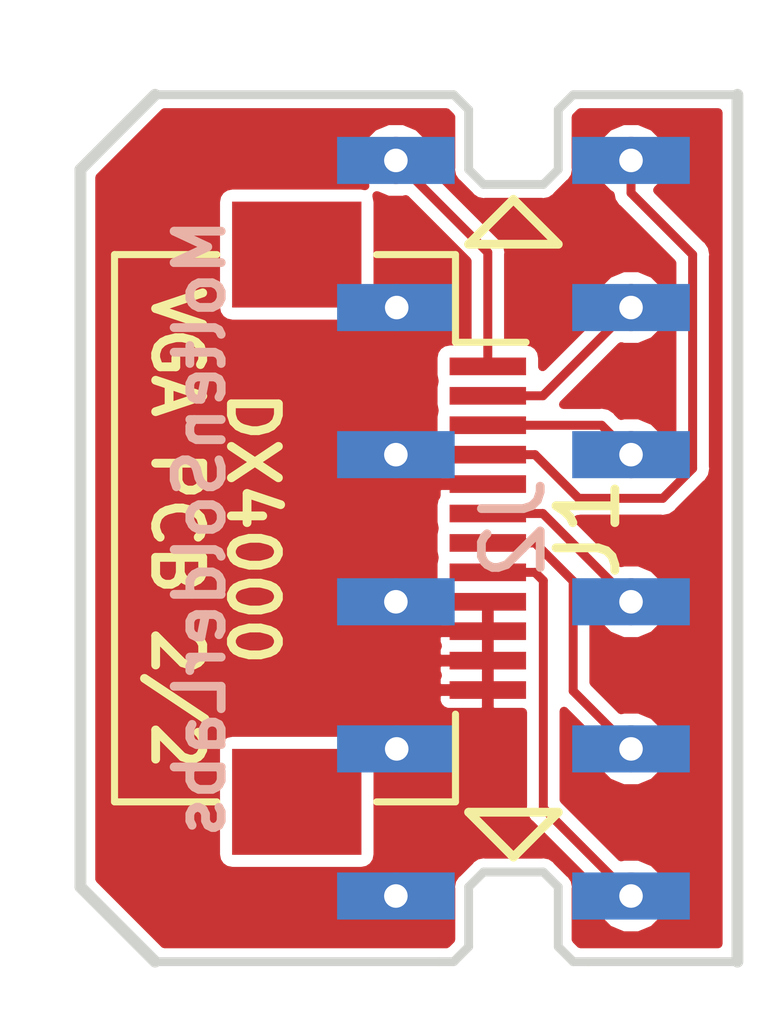
<source format=kicad_pcb>
(kicad_pcb (version 20171130) (host pcbnew 5.1.8-1.fc31)

  (general
    (thickness 1.6)
    (drawings 26)
    (tracks 37)
    (zones 0)
    (modules 2)
    (nets 9)
  )

  (page USLetter)
  (layers
    (0 F.Cu signal)
    (31 B.Cu signal)
    (32 B.Adhes user)
    (33 F.Adhes user)
    (34 B.Paste user)
    (35 F.Paste user)
    (36 B.SilkS user)
    (37 F.SilkS user)
    (38 B.Mask user)
    (39 F.Mask user)
    (40 Dwgs.User user)
    (41 Cmts.User user)
    (42 Eco1.User user)
    (43 Eco2.User user)
    (44 Edge.Cuts user)
    (45 Margin user)
    (46 B.CrtYd user)
    (47 F.CrtYd user)
    (48 B.Fab user)
    (49 F.Fab user)
  )

  (setup
    (last_trace_width 0.1524)
    (trace_clearance 0.2)
    (zone_clearance 0.1524)
    (zone_45_only no)
    (trace_min 0.1524)
    (via_size 0.8)
    (via_drill 0.4)
    (via_min_size 0.4)
    (via_min_drill 0.3)
    (uvia_size 0.3)
    (uvia_drill 0.1)
    (uvias_allowed no)
    (uvia_min_size 0.2)
    (uvia_min_drill 0.1)
    (edge_width 0.15)
    (segment_width 0.2)
    (pcb_text_width 0.3)
    (pcb_text_size 1.5 1.5)
    (mod_edge_width 0.15)
    (mod_text_size 1 1)
    (mod_text_width 0.15)
    (pad_size 1.524 1.524)
    (pad_drill 0.762)
    (pad_to_mask_clearance 0.051)
    (solder_mask_min_width 0.25)
    (aux_axis_origin 0 0)
    (visible_elements FFFFFF7F)
    (pcbplotparams
      (layerselection 0x010fc_ffffffff)
      (usegerberextensions false)
      (usegerberattributes false)
      (usegerberadvancedattributes false)
      (creategerberjobfile false)
      (excludeedgelayer true)
      (linewidth 0.100000)
      (plotframeref false)
      (viasonmask false)
      (mode 1)
      (useauxorigin false)
      (hpglpennumber 1)
      (hpglpenspeed 20)
      (hpglpendiameter 15.000000)
      (psnegative false)
      (psa4output false)
      (plotreference true)
      (plotvalue true)
      (plotinvisibletext false)
      (padsonsilk false)
      (subtractmaskfromsilk false)
      (outputformat 1)
      (mirror false)
      (drillshape 1)
      (scaleselection 1)
      (outputdirectory ""))
  )

  (net 0 "")
  (net 1 /SCL)
  (net 2 /VSYNC)
  (net 3 /HSYNC)
  (net 4 /SDA)
  (net 5 GND)
  (net 6 /BLU_VID)
  (net 7 /GRN_VID)
  (net 8 /RED_VID)

  (net_class Default "This is the default net class."
    (clearance 0.2)
    (trace_width 0.1524)
    (via_dia 0.8)
    (via_drill 0.4)
    (uvia_dia 0.3)
    (uvia_drill 0.1)
    (add_net /BLU_VID)
    (add_net /GRN_VID)
    (add_net /HSYNC)
    (add_net /RED_VID)
    (add_net /SCL)
    (add_net /SDA)
    (add_net /VSYNC)
    (add_net GND)
  )

  (module Connector_FFC-FPC:Hirose_FH12-12S-0.5SH_1x12-1MP_P0.50mm_Horizontal (layer F.Cu) (tedit 5AEE0F8A) (tstamp 5E01C32C)
    (at 130.556 85.344 270)
    (descr "Molex FH12, FFC/FPC connector, FH12-12S-0.5SH, 12 Pins per row (https://www.hirose.com/product/en/products/FH12/FH12-24S-0.5SH(55)/), generated with kicad-footprint-generator")
    (tags "connector Hirose  top entry")
    (path /5DEBD505)
    (attr smd)
    (fp_text reference J1 (at 0 -3.556 270) (layer F.SilkS)
      (effects (font (size 1 1) (thickness 0.15)))
    )
    (fp_text value FFC_Recep_To_J3_PCB (at 0 5.6 270) (layer F.Fab)
      (effects (font (size 1 1) (thickness 0.15)))
    )
    (fp_line (start 0 -1.2) (end -4.55 -1.2) (layer F.Fab) (width 0.1))
    (fp_line (start -4.55 -1.2) (end -4.55 3.4) (layer F.Fab) (width 0.1))
    (fp_line (start -4.55 3.4) (end -3.95 3.4) (layer F.Fab) (width 0.1))
    (fp_line (start -3.95 3.4) (end -3.95 3.7) (layer F.Fab) (width 0.1))
    (fp_line (start -3.95 3.7) (end -4.45 3.7) (layer F.Fab) (width 0.1))
    (fp_line (start -4.45 3.7) (end -4.45 4.4) (layer F.Fab) (width 0.1))
    (fp_line (start -4.45 4.4) (end 0 4.4) (layer F.Fab) (width 0.1))
    (fp_line (start 0 -1.2) (end 4.55 -1.2) (layer F.Fab) (width 0.1))
    (fp_line (start 4.55 -1.2) (end 4.55 3.4) (layer F.Fab) (width 0.1))
    (fp_line (start 4.55 3.4) (end 3.95 3.4) (layer F.Fab) (width 0.1))
    (fp_line (start 3.95 3.4) (end 3.95 3.7) (layer F.Fab) (width 0.1))
    (fp_line (start 3.95 3.7) (end 4.45 3.7) (layer F.Fab) (width 0.1))
    (fp_line (start 4.45 3.7) (end 4.45 4.4) (layer F.Fab) (width 0.1))
    (fp_line (start 4.45 4.4) (end 0 4.4) (layer F.Fab) (width 0.1))
    (fp_line (start -3.16 -1.3) (end -4.65 -1.3) (layer F.SilkS) (width 0.12))
    (fp_line (start -4.65 -1.3) (end -4.65 0.04) (layer F.SilkS) (width 0.12))
    (fp_line (start 3.16 -1.3) (end 4.65 -1.3) (layer F.SilkS) (width 0.12))
    (fp_line (start 4.65 -1.3) (end 4.65 0.04) (layer F.SilkS) (width 0.12))
    (fp_line (start -4.65 2.76) (end -4.65 4.5) (layer F.SilkS) (width 0.12))
    (fp_line (start -4.65 4.5) (end 4.65 4.5) (layer F.SilkS) (width 0.12))
    (fp_line (start 4.65 4.5) (end 4.65 2.76) (layer F.SilkS) (width 0.12))
    (fp_line (start -3.16 -1.3) (end -3.16 -2.5) (layer F.SilkS) (width 0.12))
    (fp_line (start -3.25 -1.2) (end -2.75 -0.492893) (layer F.Fab) (width 0.1))
    (fp_line (start -2.75 -0.492893) (end -2.25 -1.2) (layer F.Fab) (width 0.1))
    (fp_line (start -6.05 -3) (end -6.05 4.9) (layer F.CrtYd) (width 0.05))
    (fp_line (start -6.05 4.9) (end 6.05 4.9) (layer F.CrtYd) (width 0.05))
    (fp_line (start 6.05 4.9) (end 6.05 -3) (layer F.CrtYd) (width 0.05))
    (fp_line (start 6.05 -3) (end -6.05 -3) (layer F.CrtYd) (width 0.05))
    (fp_text user %R (at 0 3.7 270) (layer F.Fab)
      (effects (font (size 1 1) (thickness 0.15)))
    )
    (pad MP smd rect (at 4.65 1.4 270) (size 1.8 2.2) (layers F.Cu F.Paste F.Mask))
    (pad MP smd rect (at -4.65 1.4 270) (size 1.8 2.2) (layers F.Cu F.Paste F.Mask))
    (pad 1 smd rect (at -2.75 -1.85 270) (size 0.3 1.3) (layers F.Cu F.Paste F.Mask)
      (net 1 /SCL))
    (pad 2 smd rect (at -2.25 -1.85 270) (size 0.3 1.3) (layers F.Cu F.Paste F.Mask)
      (net 2 /VSYNC))
    (pad 3 smd rect (at -1.75 -1.85 270) (size 0.3 1.3) (layers F.Cu F.Paste F.Mask)
      (net 3 /HSYNC))
    (pad 4 smd rect (at -1.25 -1.85 270) (size 0.3 1.3) (layers F.Cu F.Paste F.Mask)
      (net 4 /SDA))
    (pad 5 smd rect (at -0.75 -1.85 270) (size 0.3 1.3) (layers F.Cu F.Paste F.Mask)
      (net 5 GND))
    (pad 6 smd rect (at -0.25 -1.85 270) (size 0.3 1.3) (layers F.Cu F.Paste F.Mask)
      (net 6 /BLU_VID))
    (pad 7 smd rect (at 0.25 -1.85 270) (size 0.3 1.3) (layers F.Cu F.Paste F.Mask)
      (net 7 /GRN_VID))
    (pad 8 smd rect (at 0.75 -1.85 270) (size 0.3 1.3) (layers F.Cu F.Paste F.Mask)
      (net 8 /RED_VID))
    (pad 9 smd rect (at 1.25 -1.85 270) (size 0.3 1.3) (layers F.Cu F.Paste F.Mask)
      (net 5 GND))
    (pad 10 smd rect (at 1.75 -1.85 270) (size 0.3 1.3) (layers F.Cu F.Paste F.Mask)
      (net 5 GND))
    (pad 11 smd rect (at 2.25 -1.85 270) (size 0.3 1.3) (layers F.Cu F.Paste F.Mask)
      (net 5 GND))
    (pad 12 smd rect (at 2.75 -1.85 270) (size 0.3 1.3) (layers F.Cu F.Paste F.Mask)
      (net 5 GND))
    (model ${KISYS3DMOD}/Connector_FFC-FPC.3dshapes/Hirose_FH12-12S-0.5SH_1x12-1MP_P0.50mm_Horizontal.wrl
      (at (xyz 0 0 0))
      (scale (xyz 1 1 1))
      (rotate (xyz 0 0 0))
    )
  )

  (module custom_footprints:DX4000_J3_Footprint (layer B.Cu) (tedit 5DEBDDBD) (tstamp 5E01C346)
    (at 132.842 85.344)
    (path /5DEC7288)
    (fp_text reference J2 (at 0 0 90) (layer B.SilkS)
      (effects (font (size 1 1) (thickness 0.15)) (justify mirror))
    )
    (fp_text value J3_PCB (at 0 -8.128) (layer B.Fab)
      (effects (font (size 1 1) (thickness 0.15)) (justify mirror))
    )
    (fp_line (start -3.556 7.112) (end -3.556 -7.112) (layer B.CrtYd) (width 0.15))
    (fp_line (start -3.556 -7.112) (end 3.556 -7.112) (layer B.CrtYd) (width 0.15))
    (fp_line (start 3.556 -7.112) (end 3.556 7.112) (layer B.CrtYd) (width 0.15))
    (fp_line (start 3.556 7.112) (end -3.556 7.112) (layer B.CrtYd) (width 0.15))
    (fp_line (start 0 5.588) (end -0.762 4.826) (layer F.SilkS) (width 0.15))
    (fp_line (start -0.762 4.826) (end 0.762 4.826) (layer F.SilkS) (width 0.15))
    (fp_line (start 0.762 4.826) (end 0 5.588) (layer F.SilkS) (width 0.15))
    (fp_line (start 0.762 -4.826) (end -0.762 -4.826) (layer F.SilkS) (width 0.15))
    (fp_line (start 0 -5.588) (end 0.762 -4.826) (layer F.SilkS) (width 0.15))
    (fp_line (start -0.762 -4.826) (end 0 -5.588) (layer F.SilkS) (width 0.15))
    (pad 1 smd rect (at 2 6.25) (size 2 0.8) (layers B.Cu B.Paste B.Mask)
      (net 8 /RED_VID))
    (pad 2 smd rect (at -2 6.25) (size 2 0.8) (layers B.Cu B.Paste B.Mask)
      (net 5 GND))
    (pad 3 smd rect (at 2 3.75) (size 2 0.8) (layers B.Cu B.Paste B.Mask)
      (net 7 /GRN_VID))
    (pad 4 smd rect (at -2 3.75) (size 2 0.8) (layers B.Cu B.Paste B.Mask)
      (net 5 GND))
    (pad 5 smd rect (at 2 1.25) (size 2 0.8) (layers B.Cu B.Paste B.Mask)
      (net 6 /BLU_VID))
    (pad 6 smd rect (at -2 1.25) (size 2 0.8) (layers B.Cu B.Paste B.Mask)
      (net 5 GND))
    (pad 7 smd rect (at 2 -1.25) (size 2 0.8) (layers B.Cu B.Paste B.Mask)
      (net 3 /HSYNC))
    (pad 8 smd rect (at -2 -1.25) (size 2 0.8) (layers B.Cu B.Paste B.Mask)
      (net 5 GND))
    (pad 9 smd rect (at 2 -3.75) (size 2 0.8) (layers B.Cu B.Paste B.Mask)
      (net 2 /VSYNC))
    (pad 10 smd rect (at -2 -3.75) (size 2 0.8) (layers B.Cu B.Paste B.Mask)
      (net 5 GND))
    (pad 11 smd rect (at 2 -6.25) (size 2 0.8) (layers B.Cu B.Paste B.Mask)
      (net 4 /SDA))
    (pad 12 smd rect (at -2 -6.25) (size 2 0.8) (layers B.Cu B.Paste B.Mask)
      (net 1 /SCL))
  )

  (gr_text "DX4000\nVGA PCB 2/2" (at 127.762 85.344 270) (layer F.SilkS)
    (effects (font (size 0.8 0.8) (thickness 0.15)))
  )
  (gr_text MoltenSolderLabs (at 127.508 85.344 90) (layer B.SilkS)
    (effects (font (size 0.8 0.8) (thickness 0.15)) (justify mirror))
  )
  (gr_line (start 133.858 92.71) (end 133.604 92.456) (layer Edge.Cuts) (width 0.15))
  (gr_line (start 134.112 92.71) (end 133.858 92.71) (layer Edge.Cuts) (width 0.15))
  (gr_line (start 131.826 92.71) (end 132.08 92.456) (layer Edge.Cuts) (width 0.15))
  (gr_line (start 131.572 92.71) (end 131.826 92.71) (layer Edge.Cuts) (width 0.15))
  (gr_line (start 134.112 92.71) (end 136.652 92.71) (layer Edge.Cuts) (width 0.15))
  (gr_line (start 133.604 91.44) (end 133.604 92.456) (layer Edge.Cuts) (width 0.15))
  (gr_line (start 133.35 91.186) (end 133.604 91.44) (layer Edge.Cuts) (width 0.15))
  (gr_line (start 132.334 91.186) (end 133.35 91.186) (layer Edge.Cuts) (width 0.15))
  (gr_line (start 132.08 91.44) (end 132.334 91.186) (layer Edge.Cuts) (width 0.15))
  (gr_line (start 132.08 92.456) (end 132.08 91.44) (layer Edge.Cuts) (width 0.15))
  (gr_line (start 126.746 92.71) (end 131.572 92.71) (layer Edge.Cuts) (width 0.15))
  (gr_line (start 133.858 77.978) (end 136.652 77.978) (layer Edge.Cuts) (width 0.15))
  (gr_line (start 133.604 78.232) (end 133.858 77.978) (layer Edge.Cuts) (width 0.15))
  (gr_line (start 133.604 79.248) (end 133.604 78.232) (layer Edge.Cuts) (width 0.15))
  (gr_line (start 133.35 79.502) (end 133.604 79.248) (layer Edge.Cuts) (width 0.15))
  (gr_line (start 132.334 79.502) (end 133.35 79.502) (layer Edge.Cuts) (width 0.15))
  (gr_line (start 132.08 79.248) (end 132.334 79.502) (layer Edge.Cuts) (width 0.15))
  (gr_line (start 132.08 78.232) (end 132.08 79.248) (layer Edge.Cuts) (width 0.15))
  (gr_line (start 131.826 77.978) (end 132.08 78.232) (layer Edge.Cuts) (width 0.15))
  (gr_line (start 126.746 77.978) (end 131.826 77.978) (layer Edge.Cuts) (width 0.15))
  (gr_line (start 126.746 77.978) (end 125.476 79.248) (layer Edge.Cuts) (width 0.2) (tstamp 5E148134))
  (gr_line (start 125.476 91.44) (end 125.476 79.248) (layer Edge.Cuts) (width 0.2))
  (gr_line (start 126.746 92.71) (end 125.476 91.44) (layer Edge.Cuts) (width 0.2))
  (gr_line (start 136.652 77.978) (end 136.652 92.71) (layer Edge.Cuts) (width 0.2))

  (via (at 130.842 79.094) (size 0.8) (drill 0.4) (layers F.Cu B.Cu) (net 1) (status 30))
  (segment (start 132.406 82.594) (end 132.406 80.658) (width 0.1524) (layer F.Cu) (net 1) (status 10))
  (segment (start 132.406 80.658) (end 130.842 79.094) (width 0.1524) (layer F.Cu) (net 1))
  (via (at 134.842 81.594) (size 0.8) (drill 0.4) (layers F.Cu B.Cu) (net 2) (status 30))
  (segment (start 132.406 83.094) (end 133.342 83.094) (width 0.1524) (layer F.Cu) (net 2) (status 10))
  (segment (start 133.342 83.094) (end 134.842 81.594) (width 0.1524) (layer F.Cu) (net 2))
  (via (at 134.842 84.094) (size 0.8) (drill 0.4) (layers F.Cu B.Cu) (net 3) (status 30))
  (segment (start 132.406 83.594) (end 134.342 83.594) (width 0.1524) (layer F.Cu) (net 3) (status 10))
  (segment (start 134.342 83.594) (end 134.842 84.094) (width 0.1524) (layer F.Cu) (net 3))
  (via (at 134.842 79.094) (size 0.8) (drill 0.4) (layers F.Cu B.Cu) (net 4) (status 30))
  (segment (start 133.2084 84.094) (end 133.9504 84.836) (width 0.1524) (layer F.Cu) (net 4))
  (segment (start 132.406 84.094) (end 133.2084 84.094) (width 0.1524) (layer F.Cu) (net 4) (status 10))
  (segment (start 133.9504 84.836) (end 135.382 84.836) (width 0.1524) (layer F.Cu) (net 4))
  (segment (start 135.382 84.836) (end 135.89 84.328) (width 0.1524) (layer F.Cu) (net 4))
  (segment (start 134.842 79.6464) (end 134.842 79.094) (width 0.1524) (layer F.Cu) (net 4))
  (segment (start 135.89 80.6944) (end 134.842 79.6464) (width 0.1524) (layer F.Cu) (net 4))
  (segment (start 135.89 84.328) (end 135.89 80.6944) (width 0.1524) (layer F.Cu) (net 4))
  (via (at 130.856002 81.594) (size 0.8) (drill 0.4) (layers F.Cu B.Cu) (net 5) (status 30))
  (segment (start 130.842 81.594) (end 130.856002 81.594) (width 0.1524) (layer B.Cu) (net 5) (status 30))
  (via (at 130.842 84.094) (size 0.8) (drill 0.4) (layers F.Cu B.Cu) (net 5) (status 30))
  (via (at 130.842 86.594) (size 0.8) (drill 0.4) (layers F.Cu B.Cu) (net 5) (status 30))
  (via (at 130.856002 89.094) (size 0.8) (drill 0.4) (layers F.Cu B.Cu) (net 5) (status 30))
  (segment (start 130.842 89.094) (end 130.856002 89.094) (width 0.1524) (layer B.Cu) (net 5) (status 30))
  (via (at 130.842 91.594) (size 0.8) (drill 0.4) (layers F.Cu B.Cu) (net 5) (status 30))
  (via (at 134.842 86.594) (size 0.8) (drill 0.4) (layers F.Cu B.Cu) (net 6) (status 30))
  (segment (start 132.406 85.094) (end 133.342 85.094) (width 0.1524) (layer F.Cu) (net 6) (status 10))
  (segment (start 133.342 85.094) (end 134.842 86.594) (width 0.1524) (layer F.Cu) (net 6))
  (segment (start 133.2084 85.594) (end 133.858 86.2436) (width 0.1524) (layer F.Cu) (net 7))
  (segment (start 132.406 85.594) (end 133.2084 85.594) (width 0.1524) (layer F.Cu) (net 7) (status 10))
  (via (at 134.842 89.094) (size 0.8) (drill 0.4) (layers F.Cu B.Cu) (net 7) (status 30))
  (segment (start 133.858 86.2436) (end 133.858 88.11) (width 0.1524) (layer F.Cu) (net 7))
  (segment (start 133.858 88.11) (end 134.842 89.094) (width 0.1524) (layer F.Cu) (net 7))
  (segment (start 133.2084 86.094) (end 133.35 86.2356) (width 0.1524) (layer F.Cu) (net 8))
  (segment (start 132.406 86.094) (end 133.2084 86.094) (width 0.1524) (layer F.Cu) (net 8) (status 10))
  (via (at 134.842 91.594) (size 0.8) (drill 0.4) (layers F.Cu B.Cu) (net 8) (status 30))
  (segment (start 133.35 86.2356) (end 133.35 90.102) (width 0.1524) (layer F.Cu) (net 8))
  (segment (start 133.35 90.102) (end 134.842 91.594) (width 0.1524) (layer F.Cu) (net 8))

  (zone (net 5) (net_name GND) (layer F.Cu) (tstamp 0) (hatch edge 0.508)
    (connect_pads (clearance 0.1524))
    (min_thickness 0.1524)
    (fill yes (arc_segments 16) (thermal_gap 0.1524) (thermal_bridge_width 0.2) (smoothing chamfer) (radius 1))
    (polygon
      (pts
        (xy 124.968 77.47) (xy 124.968 92.964) (xy 137.16 92.964) (xy 137.16 77.47)
      )
    )
    (filled_polygon
      (pts
        (xy 131.7764 78.357755) (xy 131.776401 79.218098) (xy 131.770453 79.248) (xy 131.794016 79.366458) (xy 131.800534 79.376213)
        (xy 131.861118 79.466883) (xy 131.886465 79.48382) (xy 132.09818 79.695535) (xy 132.115117 79.720883) (xy 132.209426 79.783898)
        (xy 132.215541 79.787984) (xy 132.333999 79.811547) (xy 132.363896 79.8056) (xy 133.320103 79.8056) (xy 133.35 79.811547)
        (xy 133.379897 79.8056) (xy 133.379898 79.8056) (xy 133.468459 79.787984) (xy 133.568883 79.720883) (xy 133.585822 79.695533)
        (xy 133.797535 79.48382) (xy 133.822883 79.466883) (xy 133.889984 79.366459) (xy 133.9076 79.277898) (xy 133.9076 79.277897)
        (xy 133.913547 79.248001) (xy 133.9076 79.218104) (xy 133.9076 78.357754) (xy 133.983755 78.2816) (xy 136.3234 78.2816)
        (xy 136.323401 92.4064) (xy 133.983755 92.4064) (xy 133.9076 92.330246) (xy 133.9076 91.469896) (xy 133.913547 91.439999)
        (xy 133.889984 91.321541) (xy 133.87857 91.304459) (xy 133.822883 91.221117) (xy 133.797535 91.20418) (xy 133.585822 90.992467)
        (xy 133.568883 90.967117) (xy 133.468459 90.900016) (xy 133.379898 90.8824) (xy 133.379897 90.8824) (xy 133.35 90.876453)
        (xy 133.320103 90.8824) (xy 132.363896 90.8824) (xy 132.333999 90.876453) (xy 132.304102 90.8824) (xy 132.215541 90.900016)
        (xy 132.115117 90.967117) (xy 132.09818 90.992465) (xy 131.886465 91.20418) (xy 131.861118 91.221117) (xy 131.844182 91.246464)
        (xy 131.794016 91.321542) (xy 131.770453 91.44) (xy 131.776401 91.469902) (xy 131.7764 92.330245) (xy 131.700246 92.4064)
        (xy 126.90711 92.4064) (xy 125.8046 91.303891) (xy 125.8046 89.094) (xy 127.774389 89.094) (xy 127.774389 90.894)
        (xy 127.795825 91.001768) (xy 127.856871 91.093129) (xy 127.948232 91.154175) (xy 128.056 91.175611) (xy 130.256 91.175611)
        (xy 130.363768 91.154175) (xy 130.455129 91.093129) (xy 130.516175 91.001768) (xy 130.537611 90.894) (xy 130.537611 89.094)
        (xy 130.516175 88.986232) (xy 130.455129 88.894871) (xy 130.363768 88.833825) (xy 130.256 88.812389) (xy 128.056 88.812389)
        (xy 127.948232 88.833825) (xy 127.856871 88.894871) (xy 127.795825 88.986232) (xy 127.774389 89.094) (xy 125.8046 89.094)
        (xy 125.8046 88.17495) (xy 131.5274 88.17495) (xy 131.5274 88.289471) (xy 131.562202 88.373491) (xy 131.626508 88.437797)
        (xy 131.710528 88.4726) (xy 132.32505 88.4726) (xy 132.3822 88.41545) (xy 132.3822 88.1178) (xy 131.58455 88.1178)
        (xy 131.5274 88.17495) (xy 125.8046 88.17495) (xy 125.8046 87.67495) (xy 131.5274 87.67495) (xy 131.5274 87.789471)
        (xy 131.549987 87.844) (xy 131.5274 87.898529) (xy 131.5274 88.01305) (xy 131.58455 88.0702) (xy 132.3822 88.0702)
        (xy 132.3822 87.6178) (xy 131.58455 87.6178) (xy 131.5274 87.67495) (xy 125.8046 87.67495) (xy 125.8046 87.17495)
        (xy 131.5274 87.17495) (xy 131.5274 87.289471) (xy 131.549987 87.344) (xy 131.5274 87.398529) (xy 131.5274 87.51305)
        (xy 131.58455 87.5702) (xy 132.3822 87.5702) (xy 132.3822 87.1178) (xy 131.58455 87.1178) (xy 131.5274 87.17495)
        (xy 125.8046 87.17495) (xy 125.8046 86.67495) (xy 131.5274 86.67495) (xy 131.5274 86.789471) (xy 131.549987 86.844)
        (xy 131.5274 86.898529) (xy 131.5274 87.01305) (xy 131.58455 87.0702) (xy 132.3822 87.0702) (xy 132.3822 86.6178)
        (xy 131.58455 86.6178) (xy 131.5274 86.67495) (xy 125.8046 86.67495) (xy 125.8046 79.794) (xy 127.774389 79.794)
        (xy 127.774389 81.594) (xy 127.795825 81.701768) (xy 127.856871 81.793129) (xy 127.948232 81.854175) (xy 128.056 81.875611)
        (xy 130.256 81.875611) (xy 130.363768 81.854175) (xy 130.455129 81.793129) (xy 130.516175 81.701768) (xy 130.537611 81.594)
        (xy 130.537611 79.794) (xy 130.517198 79.691377) (xy 130.707495 79.7702) (xy 130.976505 79.7702) (xy 131.007142 79.75751)
        (xy 132.053601 80.80397) (xy 132.0536 82.162389) (xy 131.756 82.162389) (xy 131.648232 82.183825) (xy 131.556871 82.244871)
        (xy 131.495825 82.336232) (xy 131.474389 82.444) (xy 131.474389 82.744) (xy 131.49428 82.844) (xy 131.474389 82.944)
        (xy 131.474389 83.244) (xy 131.49428 83.344) (xy 131.474389 83.444) (xy 131.474389 83.744) (xy 131.49428 83.844)
        (xy 131.474389 83.944) (xy 131.474389 84.244) (xy 131.495825 84.351768) (xy 131.5274 84.399023) (xy 131.5274 84.51305)
        (xy 131.58455 84.5702) (xy 132.3822 84.5702) (xy 132.3822 84.5502) (xy 132.4298 84.5502) (xy 132.4298 84.5702)
        (xy 132.4498 84.5702) (xy 132.4498 84.6178) (xy 132.4298 84.6178) (xy 132.4298 84.6378) (xy 132.3822 84.6378)
        (xy 132.3822 84.6178) (xy 131.58455 84.6178) (xy 131.5274 84.67495) (xy 131.5274 84.788977) (xy 131.495825 84.836232)
        (xy 131.474389 84.944) (xy 131.474389 85.244) (xy 131.49428 85.344) (xy 131.474389 85.444) (xy 131.474389 85.744)
        (xy 131.49428 85.844) (xy 131.474389 85.944) (xy 131.474389 86.244) (xy 131.495825 86.351768) (xy 131.5274 86.399023)
        (xy 131.5274 86.51305) (xy 131.58455 86.5702) (xy 132.3822 86.5702) (xy 132.3822 86.5502) (xy 132.4298 86.5502)
        (xy 132.4298 86.5702) (xy 132.4498 86.5702) (xy 132.4498 86.6178) (xy 132.4298 86.6178) (xy 132.4298 87.0702)
        (xy 132.4498 87.0702) (xy 132.4498 87.1178) (xy 132.4298 87.1178) (xy 132.4298 87.5702) (xy 132.4498 87.5702)
        (xy 132.4498 87.6178) (xy 132.4298 87.6178) (xy 132.4298 88.0702) (xy 132.4498 88.0702) (xy 132.4498 88.1178)
        (xy 132.4298 88.1178) (xy 132.4298 88.41545) (xy 132.48695 88.4726) (xy 132.997601 88.4726) (xy 132.997601 90.067292)
        (xy 132.990697 90.102) (xy 133.018048 90.239499) (xy 133.095935 90.356066) (xy 133.12536 90.375727) (xy 134.17849 91.428858)
        (xy 134.1658 91.459495) (xy 134.1658 91.728505) (xy 134.268745 91.977037) (xy 134.458963 92.167255) (xy 134.707495 92.2702)
        (xy 134.976505 92.2702) (xy 135.225037 92.167255) (xy 135.415255 91.977037) (xy 135.5182 91.728505) (xy 135.5182 91.459495)
        (xy 135.415255 91.210963) (xy 135.225037 91.020745) (xy 134.976505 90.9178) (xy 134.707495 90.9178) (xy 134.676858 90.93049)
        (xy 133.7024 89.956033) (xy 133.7024 88.452767) (xy 134.17849 88.928858) (xy 134.1658 88.959495) (xy 134.1658 89.228505)
        (xy 134.268745 89.477037) (xy 134.458963 89.667255) (xy 134.707495 89.7702) (xy 134.976505 89.7702) (xy 135.225037 89.667255)
        (xy 135.415255 89.477037) (xy 135.5182 89.228505) (xy 135.5182 88.959495) (xy 135.415255 88.710963) (xy 135.225037 88.520745)
        (xy 134.976505 88.4178) (xy 134.707495 88.4178) (xy 134.676858 88.43049) (xy 134.2104 87.964033) (xy 134.2104 86.836179)
        (xy 134.268745 86.977037) (xy 134.458963 87.167255) (xy 134.707495 87.2702) (xy 134.976505 87.2702) (xy 135.225037 87.167255)
        (xy 135.415255 86.977037) (xy 135.5182 86.728505) (xy 135.5182 86.459495) (xy 135.415255 86.210963) (xy 135.225037 86.020745)
        (xy 134.976505 85.9178) (xy 134.707495 85.9178) (xy 134.676858 85.93049) (xy 133.939503 85.193136) (xy 133.950399 85.195303)
        (xy 133.985102 85.1884) (xy 135.347297 85.1884) (xy 135.382 85.195303) (xy 135.416703 85.1884) (xy 135.416704 85.1884)
        (xy 135.519499 85.167953) (xy 135.636066 85.090066) (xy 135.655729 85.060638) (xy 136.114645 84.601723) (xy 136.144065 84.582066)
        (xy 136.19018 84.51305) (xy 136.221952 84.465501) (xy 136.221952 84.4655) (xy 136.221953 84.465499) (xy 136.2424 84.362704)
        (xy 136.2424 84.362703) (xy 136.249303 84.328001) (xy 136.2424 84.293298) (xy 136.2424 80.729103) (xy 136.249303 80.6944)
        (xy 136.242062 80.657999) (xy 136.221953 80.556901) (xy 136.144066 80.440334) (xy 136.114641 80.420673) (xy 135.29313 79.599162)
        (xy 135.415255 79.477037) (xy 135.5182 79.228505) (xy 135.5182 78.959495) (xy 135.415255 78.710963) (xy 135.225037 78.520745)
        (xy 134.976505 78.4178) (xy 134.707495 78.4178) (xy 134.458963 78.520745) (xy 134.268745 78.710963) (xy 134.1658 78.959495)
        (xy 134.1658 79.228505) (xy 134.268745 79.477037) (xy 134.458963 79.667255) (xy 134.489349 79.679841) (xy 134.4896 79.681103)
        (xy 134.510047 79.783898) (xy 134.587934 79.900465) (xy 134.61736 79.920127) (xy 135.537601 80.840369) (xy 135.5376 84.182031)
        (xy 135.5182 84.201432) (xy 135.5182 83.959495) (xy 135.415255 83.710963) (xy 135.225037 83.520745) (xy 134.976505 83.4178)
        (xy 134.707495 83.4178) (xy 134.676858 83.43049) (xy 134.615729 83.369362) (xy 134.596066 83.339934) (xy 134.479499 83.262047)
        (xy 134.376704 83.2416) (xy 134.376703 83.2416) (xy 134.342 83.234697) (xy 134.307297 83.2416) (xy 133.692767 83.2416)
        (xy 134.676858 82.25751) (xy 134.707495 82.2702) (xy 134.976505 82.2702) (xy 135.225037 82.167255) (xy 135.415255 81.977037)
        (xy 135.5182 81.728505) (xy 135.5182 81.459495) (xy 135.415255 81.210963) (xy 135.225037 81.020745) (xy 134.976505 80.9178)
        (xy 134.707495 80.9178) (xy 134.458963 81.020745) (xy 134.268745 81.210963) (xy 134.1658 81.459495) (xy 134.1658 81.728505)
        (xy 134.17849 81.759142) (xy 133.337611 82.600022) (xy 133.337611 82.444) (xy 133.316175 82.336232) (xy 133.255129 82.244871)
        (xy 133.163768 82.183825) (xy 133.056 82.162389) (xy 132.7584 82.162389) (xy 132.7584 80.692702) (xy 132.765303 80.657999)
        (xy 132.745193 80.5569) (xy 132.737953 80.520501) (xy 132.660066 80.403934) (xy 132.630644 80.384275) (xy 131.50551 79.259142)
        (xy 131.5182 79.228505) (xy 131.5182 78.959495) (xy 131.415255 78.710963) (xy 131.225037 78.520745) (xy 130.976505 78.4178)
        (xy 130.707495 78.4178) (xy 130.458963 78.520745) (xy 130.268745 78.710963) (xy 130.1658 78.959495) (xy 130.1658 79.228505)
        (xy 130.268745 79.477037) (xy 130.316039 79.524331) (xy 130.256 79.512389) (xy 128.056 79.512389) (xy 127.948232 79.533825)
        (xy 127.856871 79.594871) (xy 127.795825 79.686232) (xy 127.774389 79.794) (xy 125.8046 79.794) (xy 125.8046 79.384109)
        (xy 126.90711 78.2816) (xy 131.700246 78.2816)
      )
    )
  )
)

</source>
